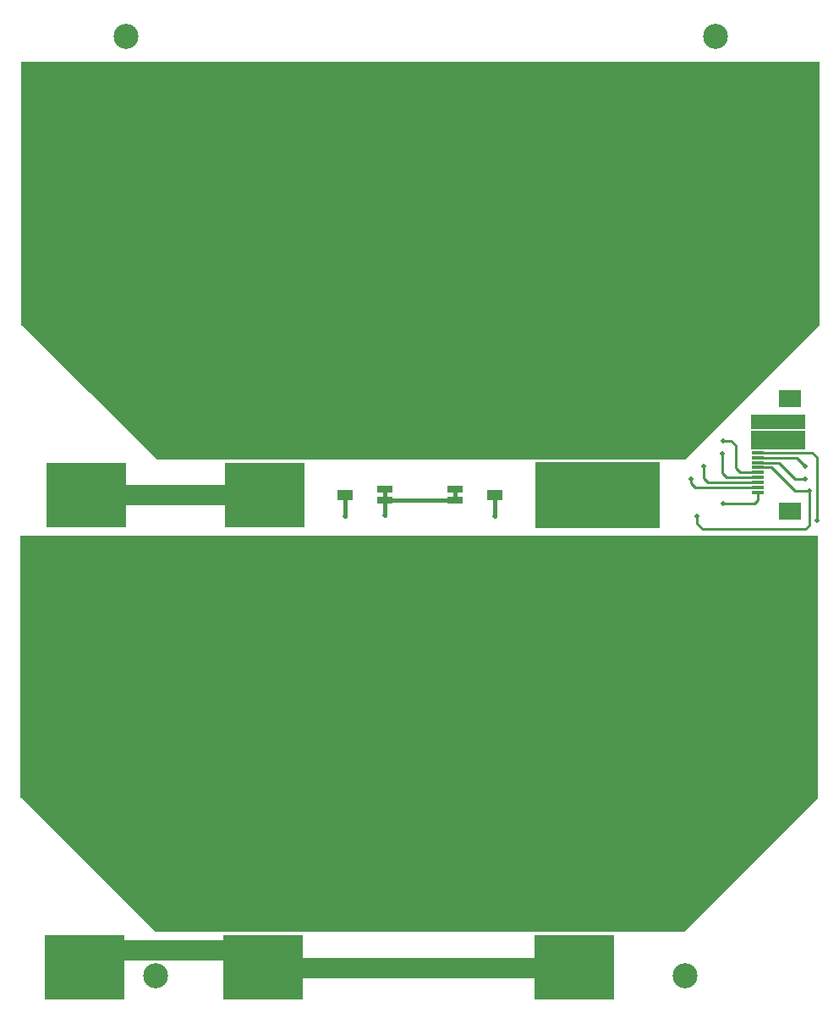
<source format=gtl>
G04*
G04 #@! TF.GenerationSoftware,Altium Limited,Altium Designer,18.1.9 (240)*
G04*
G04 Layer_Physical_Order=1*
G04 Layer_Color=255*
%FSLAX25Y25*%
%MOIN*%
G70*
G01*
G75*
%ADD11C,0.01000*%
%ADD13R,0.05118X0.01181*%
%ADD14R,0.08661X0.07087*%
%ADD15R,0.06299X0.03150*%
%ADD16R,0.06299X0.03937*%
%ADD17R,0.31496X0.25591*%
%ADD18R,1.96850X0.19685*%
%ADD19R,1.96850X0.27559*%
%ADD29C,0.01100*%
%ADD30C,0.08000*%
%ADD31C,0.01500*%
%ADD32C,0.09843*%
%ADD33C,0.45000*%
%ADD34C,0.02000*%
G36*
X320000Y80000D02*
X267500Y27500D01*
X59000D01*
X5500Y80495D01*
Y183500D01*
X320000D01*
Y80000D01*
D02*
G37*
G36*
X257500Y186500D02*
X208500D01*
Y212500D01*
X257500D01*
Y186500D01*
D02*
G37*
G36*
X315000Y231000D02*
Y225500D01*
X293500Y225500D01*
Y231000D01*
X315000Y231000D01*
D02*
G37*
G36*
X315000Y224697D02*
X315000Y224697D01*
X315000Y217541D01*
X299551D01*
Y217606D01*
X293500D01*
X293500Y224693D01*
X299551D01*
Y224697D01*
X315000Y224697D01*
D02*
G37*
G36*
X320500Y266500D02*
X267500Y213500D01*
X59500D01*
X6000Y266500D01*
Y370000D01*
X320500D01*
Y266500D01*
D02*
G37*
D11*
X274500Y186000D02*
X315000D01*
X272303Y188197D02*
X274500Y186000D01*
X272303Y188197D02*
Y191197D01*
X315000Y186000D02*
X316500Y187500D01*
Y201000D01*
X301677Y210323D02*
X311000Y201000D01*
X316500D01*
X319500Y189500D02*
Y214500D01*
X317772Y216228D02*
X319500Y214500D01*
X296205Y216228D02*
X317772D01*
X311583Y214260D02*
X314961Y210882D01*
X296205Y214260D02*
X311583D01*
X296205Y210323D02*
X301677D01*
X311039Y205961D02*
X314961D01*
X304709Y212291D02*
X311039Y205961D01*
X296205Y212291D02*
X304709D01*
X296185Y200500D02*
X296205Y200480D01*
Y222134D02*
Y224102D01*
Y220165D02*
Y222134D01*
Y218197D02*
Y220165D01*
Y228039D02*
Y230008D01*
Y226193D02*
Y228039D01*
X94687Y20136D02*
X101272Y13551D01*
X31094D02*
X37679Y20136D01*
D13*
X296205Y230008D02*
D03*
Y228039D02*
D03*
Y226071D02*
D03*
Y224102D02*
D03*
Y200480D02*
D03*
Y202449D02*
D03*
Y204417D02*
D03*
Y206386D02*
D03*
Y208354D02*
D03*
Y210323D02*
D03*
Y212291D02*
D03*
Y214260D02*
D03*
Y216228D02*
D03*
Y218197D02*
D03*
Y220165D02*
D03*
Y222134D02*
D03*
D14*
X309000Y237488D02*
D03*
Y193000D02*
D03*
D15*
X149421Y201716D02*
D03*
Y197386D02*
D03*
X176976D02*
D03*
Y201716D02*
D03*
D16*
X133673Y199551D02*
D03*
X192724D02*
D03*
D17*
X224685Y199551D02*
D03*
X101949D02*
D03*
X31772D02*
D03*
X31094Y13551D02*
D03*
X101272D02*
D03*
X224008D02*
D03*
D18*
X162667Y232783D02*
D03*
Y347583D02*
D03*
X161990Y161583D02*
D03*
Y46783D02*
D03*
D19*
X162770Y302083D02*
D03*
X162092Y116083D02*
D03*
D29*
X274882Y206118D02*
X276583Y204417D01*
X274882Y206118D02*
Y210882D01*
X276583Y204417D02*
X296205D01*
X271551Y202449D02*
X296205D01*
X269961Y204039D02*
X271551Y202449D01*
X269961Y204039D02*
Y205961D01*
X296185Y197386D02*
Y200500D01*
X294917Y196118D02*
X296185Y197386D01*
X282500Y196118D02*
X294917D01*
X284114Y206386D02*
X296205D01*
X282303Y208197D02*
X284114Y206386D01*
X282303Y208197D02*
Y215803D01*
X289282Y208354D02*
X296205D01*
X287500Y210136D02*
X289282Y208354D01*
X287500Y210136D02*
Y219000D01*
X285776Y220724D02*
X287500Y219000D01*
X282500Y220724D02*
X285776D01*
D30*
X82724Y199551D02*
X101949D01*
X31772D02*
X50224D01*
X194000Y13201D02*
X196500D01*
X131000D02*
X194000D01*
X196500D02*
X199000D01*
X201500D01*
X204000D01*
X206500D01*
X223657D01*
X224008Y13551D01*
X70224Y199551D02*
X72724D01*
X62724D02*
X70224D01*
X128500Y13201D02*
X131000D01*
X126000D02*
X128500D01*
X123500D02*
X126000D01*
X121000D02*
X123500D01*
X118500D02*
X121000D01*
X101622D02*
X118500D01*
X101272Y13551D02*
X101622Y13201D01*
X63224Y20136D02*
X94687D01*
X60724D02*
X63224D01*
X58224D02*
X60724D01*
X55724D02*
X58224D01*
X53224D02*
X55724D01*
X50724D02*
X53224D01*
X37679D02*
X50724D01*
X80224Y199551D02*
X82724D01*
X77724D02*
X80224D01*
X75224D02*
X77724D01*
X72724D02*
X75224D01*
X60224D02*
X62724D01*
X57724D02*
X60224D01*
X55224D02*
X57724D01*
X52724D02*
X55224D01*
X50224D02*
X52724D01*
D31*
X192724Y191136D02*
Y199551D01*
X149421Y191333D02*
Y197386D01*
X133673Y191187D02*
Y199551D01*
X149421Y197386D02*
X176976D01*
X149421D02*
Y201716D01*
X176976Y197386D02*
Y201716D01*
D32*
X267717Y10043D02*
D03*
X59055Y10043D02*
D03*
X279527Y380122D02*
D03*
X47244D02*
D03*
D33*
X242535Y105663D02*
D03*
X163323D02*
D03*
X84114D02*
D03*
X242533Y291663D02*
D03*
X163323D02*
D03*
X84112D02*
D03*
D34*
X308500Y230000D02*
D03*
X311000D02*
D03*
X313500D02*
D03*
X316500Y201000D02*
D03*
X319500Y189500D02*
D03*
X314000Y223500D02*
D03*
Y221150D02*
D03*
Y219000D02*
D03*
X272303Y191197D02*
D03*
X254000Y190000D02*
D03*
Y192500D02*
D03*
Y195000D02*
D03*
X314961Y210882D02*
D03*
X314961Y205961D02*
D03*
X269961Y205961D02*
D03*
X282500Y196118D02*
D03*
X274882Y210882D02*
D03*
X282303Y215803D02*
D03*
X282500Y220724D02*
D03*
X217224Y209136D02*
D03*
Y206636D02*
D03*
Y204136D02*
D03*
X214724Y209136D02*
D03*
Y206636D02*
D03*
Y204136D02*
D03*
X212224Y209136D02*
D03*
Y204136D02*
D03*
X194000Y13201D02*
D03*
X196500D02*
D03*
X199000D02*
D03*
X201500D02*
D03*
X204000D02*
D03*
X206500D02*
D03*
X70224Y199551D02*
D03*
X131000Y13201D02*
D03*
X128500D02*
D03*
X126000D02*
D03*
X123500D02*
D03*
X121000D02*
D03*
X118500D02*
D03*
X212224Y206636D02*
D03*
X192724Y191136D02*
D03*
X149421Y191333D02*
D03*
X133673Y191187D02*
D03*
X63224Y20136D02*
D03*
X60724D02*
D03*
X58224D02*
D03*
X55724D02*
D03*
X53224D02*
D03*
X50724D02*
D03*
X82724Y199551D02*
D03*
X80224D02*
D03*
X77724D02*
D03*
X75224D02*
D03*
X72724D02*
D03*
X62724D02*
D03*
X60224D02*
D03*
X57724D02*
D03*
X55224D02*
D03*
X52724D02*
D03*
X50224D02*
D03*
M02*

</source>
